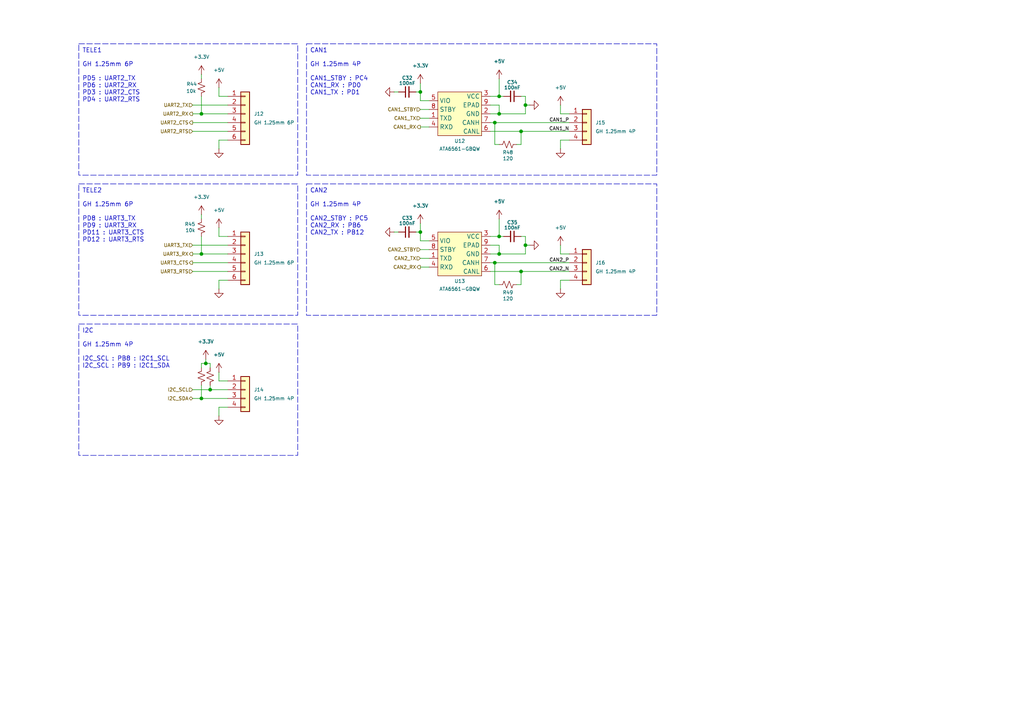
<source format=kicad_sch>
(kicad_sch (version 20250114) (generator "eeschema") (generator_version "9.0")
  (paper "A4")
  (title_block (title "STM32 Flight Controller") (date "2025-06-23") (rev "2.0.0 (WIP)") (company "NARAE") (comment 1 "INHA Univ. Areo-modelling Club") (comment 2 "2024 Winter UAV Project ") (comment 3 "Reversion 2"))
  (lib_symbols
    (symbol "ATA6561-GBQW:ATA6561-GBQW_Small"
      (property "Reference" "U" (at 0 9.398 0))
      (property "Value" "ATA6561-GBQW" (at 0 7.62 0))
      (symbol "ATA6561-GBQW_Small_0_1"
        (pin power_in line (at -8.89 3.81 0) (length 2.54) (name "VIO") (number "5"))
        (pin bidirectional line (at -8.89 1.27 0) (length 2.54) (name "STBY") (number "8"))
        (pin output line (at -8.89 -1.27 0) (length 2.54) (name "TXD") (number "1"))
        (pin input line (at -8.89 -3.81 0) (length 2.54) (name "RXD") (number "4"))
        (pin power_in line (at 8.89 5.08 180) (length 2.54) (name "VCC") (number "3"))
        (pin power_in line (at 8.89 0 180) (length 2.54) (name "GND") (number "2"))
        (pin bidirectional line (at 8.89 -5.08 180) (length 2.54) (name "CANL") (number "6"))
      )
      (symbol "ATA6561-GBQW_Small_1_1"
        (rectangle (start -6.35 6.35) (end 6.35 -6.35) (fill (type background)))
        (pin power_in line (at 8.89 2.54 180) (length 2.54) (name "EPAD") (number "9"))
        (pin bidirectional line (at 8.89 -2.54 180) (length 2.54) (name "CANH") (number "7"))
      )
    )
    (symbol "Connector_Generic:Conn_01x04" (pin_names (offset 1.016) (hide yes))
      (property "Reference" "J" (at 0 5.08 0))
      (property "Value" "Conn_01x04" (at 0 -7.62 0))
      (symbol "Conn_01x04_1_1"
        (rectangle (start -1.27 3.81) (end 1.27 -6.35) (stroke (width 0.254)) (fill (type background)))
        (rectangle (start -1.27 2.667) (end 0 2.413) (stroke (width 0.1524)))
        (rectangle (start -1.27 0.127) (end 0 -0.127) (stroke (width 0.1524)))
        (rectangle (start -1.27 -2.413) (end 0 -2.667) (stroke (width 0.1524)))
        (rectangle (start -1.27 -4.953) (end 0 -5.207) (stroke (width 0.1524)))
        (pin passive line (at -5.08 2.54 0) (length 3.81) (name "Pin_1") (number "1"))
        (pin passive line (at -5.08 0 0) (length 3.81) (name "Pin_2") (number "2"))
        (pin passive line (at -5.08 -2.54 0) (length 3.81) (name "Pin_3") (number "3"))
        (pin passive line (at -5.08 -5.08 0) (length 3.81) (name "Pin_4") (number "4"))
      )
    )
    (symbol "Connector_Generic:Conn_01x06" (pin_names (offset 1.016) (hide yes))
      (property "Reference" "J" (at 0 7.62 0))
      (property "Value" "Conn_01x06" (at 0 -10.16 0))
      (symbol "Conn_01x06_1_1"
        (rectangle (start -1.27 6.35) (end 1.27 -8.89) (stroke (width 0.254)) (fill (type background)))
        (rectangle (start -1.27 5.207) (end 0 4.953) (stroke (width 0.1524)))
        (rectangle (start -1.27 2.667) (end 0 2.413) (stroke (width 0.1524)))
        (rectangle (start -1.27 0.127) (end 0 -0.127) (stroke (width 0.1524)))
        (rectangle (start -1.27 -2.413) (end 0 -2.667) (stroke (width 0.1524)))
        (rectangle (start -1.27 -4.953) (end 0 -5.207) (stroke (width 0.1524)))
        (rectangle (start -1.27 -7.493) (end 0 -7.747) (stroke (width 0.1524)))
        (pin passive line (at -5.08 5.08 0) (length 3.81) (name "Pin_1") (number "1"))
        (pin passive line (at -5.08 2.54 0) (length 3.81) (name "Pin_2") (number "2"))
        (pin passive line (at -5.08 0 0) (length 3.81) (name "Pin_3") (number "3"))
        (pin passive line (at -5.08 -2.54 0) (length 3.81) (name "Pin_4") (number "4"))
        (pin passive line (at -5.08 -5.08 0) (length 3.81) (name "Pin_5") (number "5"))
        (pin passive line (at -5.08 -7.62 0) (length 3.81) (name "Pin_6") (number "6"))
      )
    )
    (symbol "Device:C_Small" (pin_numbers (hide yes)) (pin_names (offset 0.254) (hide yes))
      (property "Reference" "C" (at 0.254 1.778 0))
      (property "Value" "C_Small" (at 0.254 -2.032 0))
      (symbol "C_Small_0_1"
        (polyline (pts (xy -1.524 0.508) (xy 1.524 0.508)) (stroke (width 0.3048)))
        (polyline (pts (xy -1.524 -0.508) (xy 1.524 -0.508)) (stroke (width 0.3302)))
      )
      (symbol "C_Small_1_1"
        (pin passive line (at 0 2.54 270) (length 2.032) (name "~") (number "1"))
        (pin passive line (at 0 -2.54 90) (length 2.032) (name "~") (number "2"))
      )
    )
    (symbol "Device:R_Small_US" (pin_numbers (hide yes)) (pin_names (offset 0.254) (hide yes))
      (property "Reference" "R" (at 0.762 0.508 0))
      (property "Value" "R_Small_US" (at 0.762 -1.016 0))
      (symbol "R_Small_US_1_1"
        (polyline (pts (xy 0 1.524) (xy 1.016 1.143) (xy 0 0.762) (xy -1.016 0.381) (xy 0 0)))
        (polyline (pts (xy 0 0) (xy 1.016 -0.381) (xy 0 -0.762) (xy -1.016 -1.143) (xy 0 -1.524)))
        (pin passive line (at 0 2.54 270) (length 1.016) (name "~") (number "1"))
        (pin passive line (at 0 -2.54 90) (length 1.016) (name "~") (number "2"))
      )
    )
    (symbol "power:+3.3V" (power) (pin_numbers (hide yes)) (pin_names (offset 0) (hide yes))
      (property "Value" "+3.3V" (at 0 3.556 0))
      (symbol "+3.3V_0_1"
        (polyline (pts (xy -0.762 1.27) (xy 0 2.54)))
        (polyline (pts (xy 0 2.54) (xy 0.762 1.27)))
        (polyline (pts (xy 0 0) (xy 0 2.54)))
      )
      (symbol "+3.3V_1_1"
        (pin power_in line (at 0 0 90) (length 0) (name "~") (number "1"))
      )
    )
    (symbol "power:+5V" (power) (pin_numbers (hide yes)) (pin_names (offset 0) (hide yes))
      (property "Value" "+5V" (at 0 3.556 0))
      (symbol "+5V_0_1"
        (polyline (pts (xy -0.762 1.27) (xy 0 2.54)))
        (polyline (pts (xy 0 2.54) (xy 0.762 1.27)))
        (polyline (pts (xy 0 0) (xy 0 2.54)))
      )
      (symbol "+5V_1_1"
        (pin power_in line (at 0 0 90) (length 0) (name "~") (number "1"))
      )
    )
    (symbol "power:GND" (power) (pin_numbers (hide yes)) (pin_names (offset 0) (hide yes))
      (property "Value" "GND" (at 0 -3.81 0))
      (symbol "GND_0_1"
        (polyline (pts (xy 0 0) (xy 0 -1.27) (xy 1.27 -1.27) (xy 0 -2.54) (xy -1.27 -1.27) (xy 0 -1.27)))
      )
      (symbol "GND_1_1"
        (pin power_in line (at 0 0 270) (length 0) (name "~") (number "1"))
      )
    )
  )
  (rectangle (start 22.86 12.7) (end 86.36 50.8) (stroke (width 0) (type dash)))
  (rectangle (start 22.86 53.34) (end 86.36 91.44) (stroke (width 0) (type dash)))
  (rectangle (start 88.9 53.34) (end 190.5 91.44) (stroke (width 0) (type dash)))
  (rectangle (start 88.9 12.7) (end 190.5 50.8) (stroke (width 0) (type dash)))
  (rectangle (start 22.86 93.98) (end 86.36 132.08) (stroke (width 0) (type dash)))
  (text "CAN2" (at 89.916 56.134 0) (effects (font (size 1.27 1.27)) (justify left bottom)))
  (text "GH 1.25mm 4P\n\nCAN2_STBY : PC5\nCAN2_RX : PB6\nCAN2_TX : PB12" (at 89.916 58.674 0) (effects (font (size 1.27 1.27)) (justify left top)))
  (text "GH 1.25mm 4P\n\nCAN1_STBY : PC4\nCAN1_RX : PD0\nCAN1_TX : PD1" (at 89.916 18.034 0) (effects (font (size 1.27 1.27)) (justify left top)))
  (text "TELE1" (at 23.876 15.494 0) (effects (font (size 1.27 1.27)) (justify left bottom)))
  (text "CAN1" (at 89.916 15.494 0) (effects (font (size 1.27 1.27)) (justify left bottom)))
  (text "GH 1.25mm 6P\n\nPD5 : UART2_TX\nPD6 : UART2_RX\nPD3 : UART2_CTS\nPD4 : UART2_RTS" (at 23.876 18.034 0) (effects (font (size 1.27 1.27)) (justify left top)))
  (text "GH 1.25mm 6P\n\nPD8 : UART3_TX\nPD9 : UART3_RX\nPD11 : UART3_CTS\nPD12 : UART3_RTS" (at 23.876 58.674 0) (effects (font (size 1.27 1.27)) (justify left top)))
  (text "I2C" (at 23.876 96.774 0) (effects (font (size 1.27 1.27)) (justify left bottom)))
  (text "GH 1.25mm 4P\n\nI2C_SCL : PB8 : I2C1_SCL\nI2C_SCL : PB9 : I2C1_SDA" (at 23.876 99.314 0) (effects (font (size 1.27 1.27)) (justify left top)))
  (text "TELE2" (at 23.876 56.134 0) (effects (font (size 1.27 1.27)) (justify left bottom)))
  (junction (at 144.78 33.02))
  (junction (at 151.13 78.74))
  (junction (at 152.4 30.48))
  (junction (at 58.42 73.66))
  (junction (at 58.42 115.57))
  (junction (at 143.51 35.56))
  (junction (at 144.78 73.66))
  (junction (at 121.92 26.67))
  (junction (at 60.96 113.03))
  (junction (at 58.42 33.02))
  (junction (at 144.78 68.58))
  (junction (at 144.78 27.94))
  (junction (at 151.13 38.1))
  (junction (at 121.92 67.31))
  (junction (at 152.4 71.12))
  (junction (at 59.69 105.41))
  (junction (at 143.51 76.2))
  (wire (pts (xy 66.04 81.28) (xy 63.5 81.28)))
  (wire (pts (xy 144.78 71.12) (xy 144.78 73.66)))
  (wire (pts (xy 121.92 67.31) (xy 121.92 69.85)))
  (wire (pts (xy 60.96 105.41) (xy 59.69 105.41)))
  (wire (pts (xy 55.88 73.66) (xy 58.42 73.66)))
  (wire (pts (xy 63.5 107.95) (xy 63.5 110.49)))
  (wire (pts (xy 144.78 22.86) (xy 144.78 27.94)))
  (wire (pts (xy 142.24 78.74) (xy 151.13 78.74)))
  (wire (pts (xy 151.13 78.74) (xy 151.13 82.55)))
  (wire (pts (xy 144.78 68.58) (xy 146.05 68.58)))
  (wire (pts (xy 152.4 71.12) (xy 152.4 73.66)))
  (wire (pts (xy 144.78 33.02) (xy 152.4 33.02)))
  (wire (pts (xy 121.92 77.47) (xy 124.46 77.47)))
  (wire (pts (xy 142.24 33.02) (xy 144.78 33.02)))
  (wire (pts (xy 55.88 33.02) (xy 58.42 33.02)))
  (wire (pts (xy 58.42 27.94) (xy 58.42 33.02)))
  (wire (pts (xy 143.51 35.56) (xy 165.1 35.56)))
  (wire (pts (xy 165.1 81.28) (xy 162.56 81.28)))
  (wire (pts (xy 63.5 25.4) (xy 63.5 27.94)))
  (wire (pts (xy 149.86 82.55) (xy 151.13 82.55)))
  (wire (pts (xy 114.3 67.31) (xy 115.57 67.31)))
  (wire (pts (xy 162.56 40.64) (xy 162.56 43.18)))
  (wire (pts (xy 152.4 30.48) (xy 152.4 33.02)))
  (wire (pts (xy 55.88 38.1) (xy 66.04 38.1)))
  (wire (pts (xy 58.42 21.59) (xy 58.42 22.86)))
  (wire (pts (xy 143.51 41.91) (xy 143.51 35.56)))
  (wire (pts (xy 149.86 41.91) (xy 151.13 41.91)))
  (wire (pts (xy 144.78 82.55) (xy 143.51 82.55)))
  (wire (pts (xy 162.56 71.12) (xy 162.56 73.66)))
  (wire (pts (xy 143.51 82.55) (xy 143.51 76.2)))
  (wire (pts (xy 58.42 73.66) (xy 66.04 73.66)))
  (wire (pts (xy 58.42 62.23) (xy 58.42 63.5)))
  (wire (pts (xy 144.78 27.94) (xy 146.05 27.94)))
  (wire (pts (xy 144.78 63.5) (xy 144.78 68.58)))
  (wire (pts (xy 63.5 68.58) (xy 66.04 68.58)))
  (wire (pts (xy 120.65 26.67) (xy 121.92 26.67)))
  (wire (pts (xy 124.46 69.85) (xy 121.92 69.85)))
  (wire (pts (xy 121.92 26.67) (xy 121.92 29.21)))
  (wire (pts (xy 151.13 38.1) (xy 151.13 41.91)))
  (wire (pts (xy 142.24 38.1) (xy 151.13 38.1)))
  (wire (pts (xy 142.24 68.58) (xy 144.78 68.58)))
  (wire (pts (xy 144.78 41.91) (xy 143.51 41.91)))
  (wire (pts (xy 121.92 24.13) (xy 121.92 26.67)))
  (wire (pts (xy 142.24 30.48) (xy 144.78 30.48)))
  (wire (pts (xy 144.78 73.66) (xy 152.4 73.66)))
  (wire (pts (xy 121.92 74.93) (xy 124.46 74.93)))
  (wire (pts (xy 60.96 111.76) (xy 60.96 113.03)))
  (wire (pts (xy 58.42 105.41) (xy 59.69 105.41)))
  (wire (pts (xy 55.88 35.56) (xy 66.04 35.56)))
  (wire (pts (xy 55.88 30.48) (xy 66.04 30.48)))
  (wire (pts (xy 142.24 71.12) (xy 144.78 71.12)))
  (wire (pts (xy 63.5 40.64) (xy 63.5 43.18)))
  (wire (pts (xy 58.42 106.68) (xy 58.42 105.41)))
  (wire (pts (xy 142.24 73.66) (xy 144.78 73.66)))
  (wire (pts (xy 58.42 68.58) (xy 58.42 73.66)))
  (wire (pts (xy 58.42 111.76) (xy 58.42 115.57)))
  (wire (pts (xy 66.04 118.11) (xy 63.5 118.11)))
  (wire (pts (xy 144.78 30.48) (xy 144.78 33.02)))
  (wire (pts (xy 55.88 115.57) (xy 58.42 115.57)))
  (wire (pts (xy 162.56 33.02) (xy 165.1 33.02)))
  (wire (pts (xy 63.5 81.28) (xy 63.5 83.82)))
  (wire (pts (xy 151.13 78.74) (xy 165.1 78.74)))
  (wire (pts (xy 151.13 38.1) (xy 165.1 38.1)))
  (wire (pts (xy 162.56 81.28) (xy 162.56 83.82)))
  (wire (pts (xy 143.51 76.2) (xy 165.1 76.2)))
  (wire (pts (xy 66.04 40.64) (xy 63.5 40.64)))
  (wire (pts (xy 120.65 67.31) (xy 121.92 67.31)))
  (wire (pts (xy 63.5 118.11) (xy 63.5 120.65)))
  (wire (pts (xy 114.3 26.67) (xy 115.57 26.67)))
  (wire (pts (xy 142.24 76.2) (xy 143.51 76.2)))
  (wire (pts (xy 58.42 33.02) (xy 66.04 33.02)))
  (wire (pts (xy 63.5 110.49) (xy 66.04 110.49)))
  (wire (pts (xy 63.5 27.94) (xy 66.04 27.94)))
  (wire (pts (xy 58.42 115.57) (xy 66.04 115.57)))
  (wire (pts (xy 63.5 66.04) (xy 63.5 68.58)))
  (wire (pts (xy 152.4 71.12) (xy 153.67 71.12)))
  (wire (pts (xy 152.4 30.48) (xy 153.67 30.48)))
  (wire (pts (xy 162.56 73.66) (xy 165.1 73.66)))
  (wire (pts (xy 55.88 76.2) (xy 66.04 76.2)))
  (wire (pts (xy 55.88 113.03) (xy 60.96 113.03)))
  (wire (pts (xy 121.92 64.77) (xy 121.92 67.31)))
  (wire (pts (xy 60.96 106.68) (xy 60.96 105.41)))
  (wire (pts (xy 152.4 68.58) (xy 152.4 71.12)))
  (wire (pts (xy 59.69 105.41) (xy 59.69 104.14)))
  (wire (pts (xy 142.24 27.94) (xy 144.78 27.94)))
  (wire (pts (xy 121.92 36.83) (xy 124.46 36.83)))
  (wire (pts (xy 55.88 71.12) (xy 66.04 71.12)))
  (wire (pts (xy 121.92 31.75) (xy 124.46 31.75)))
  (wire (pts (xy 124.46 29.21) (xy 121.92 29.21)))
  (wire (pts (xy 162.56 30.48) (xy 162.56 33.02)))
  (wire (pts (xy 55.88 78.74) (xy 66.04 78.74)))
  (wire (pts (xy 165.1 40.64) (xy 162.56 40.64)))
  (wire (pts (xy 152.4 27.94) (xy 152.4 30.48)))
  (wire (pts (xy 60.96 113.03) (xy 66.04 113.03)))
  (wire (pts (xy 151.13 27.94) (xy 152.4 27.94)))
  (wire (pts (xy 121.92 72.39) (xy 124.46 72.39)))
  (wire (pts (xy 151.13 68.58) (xy 152.4 68.58)))
  (wire (pts (xy 142.24 35.56) (xy 143.51 35.56)))
  (wire (pts (xy 121.92 34.29) (xy 124.46 34.29)))
  (label "CAN2_P" (at 165.1 76.2 180) (effects (font (size 1 1))))
  (label "CAN2_N" (at 165.1 78.74 180) (effects (font (size 1 1))))
  (label "CAN1_P" (at 165.1 35.56 180) (effects (font (size 1 1))))
  (label "CAN1_N" (at 165.1 38.1 180) (effects (font (size 1 1))))
  (hierarchical_label "CAN2_RX" (shape output) (at 121.92 77.47 180) (effects (font (size 1 1))))
  (hierarchical_label "UART2_CTS" (shape output) (at 55.88 35.56 180) (effects (font (size 1 1))))
  (hierarchical_label "CAN2_STBY" (shape input) (at 121.92 72.39 180) (effects (font (size 1 1))))
  (hierarchical_label "CAN1_TX" (shape input) (at 121.92 34.29 180) (effects (font (size 1 1))))
  (hierarchical_label "UART2_RX" (shape output) (at 55.88 33.02 180) (effects (font (size 1 1))))
  (hierarchical_label "I2C_SDA" (shape bidirectional) (at 55.88 115.57 180) (effects (font (size 1 1))))
  (hierarchical_label "UART3_RX" (shape output) (at 55.88 73.66 180) (effects (font (size 1 1))))
  (hierarchical_label "CAN1_STBY" (shape input) (at 121.92 31.75 180) (effects (font (size 1 1))))
  (hierarchical_label "CAN2_TX" (shape input) (at 121.92 74.93 180) (effects (font (size 1 1))))
  (hierarchical_label "UART3_CTS" (shape output) (at 55.88 76.2 180) (effects (font (size 1 1))))
  (hierarchical_label "CAN1_RX" (shape output) (at 121.92 36.83 180) (effects (font (size 1 1))))
  (hierarchical_label "UART3_TX" (shape input) (at 55.88 71.12 180) (effects (font (size 1 1))))
  (hierarchical_label "I2C_SCL" (shape input) (at 55.88 113.03 180) (effects (font (size 1 1))))
  (hierarchical_label "UART2_RTS" (shape input) (at 55.88 38.1 180) (effects (font (size 1 1))))
  (hierarchical_label "UART3_RTS" (shape input) (at 55.88 78.74 180) (effects (font (size 1 1))))
  (hierarchical_label "UART2_TX" (shape input) (at 55.88 30.48 180) (effects (font (size 1 1))))
  (symbol (lib_id "power:+5V") (at 144.78 63.5 0) (unit 1)
    (property "Reference" "#PWR0123" (effects (hide yes)))
    (property "Value" "+5V" (at 144.78 58.42 0) (effects (font (size 1 1))))
    (property "Description" "Power symbol creates a global label with name \"+5V\"" (effects (hide yes)))
  )
  (symbol (lib_id "Device:C_Small") (at 148.59 27.94 270) (unit 1)
    (property "Reference" "C34" (at 148.59 23.876 90) (effects (font (size 1 1))))
    (property "Value" "100nF" (at 148.59 25.4 90) (effects (font (size 1 1))))
    (property "Footprint" "Capacitor_SMD:C_0402_1005Metric" (effects (hide yes)))
    (property "Description" "Unpolarized capacitor, small symbol" (effects (hide yes)))
    (property "LCSC" "C1525" (effects (hide yes)))
  )
  (symbol (lib_id "power:GND") (at 63.5 120.65 0) (unit 1)
    (property "Reference" "#PWR0117" (effects (hide yes)))
    (property "Value" "GND" (effects (hide yes)))
    (property "Description" "Power symbol creates a global label with name \"GND\" , ground" (effects (hide yes)))
  )
  (symbol (lib_id "power:GND") (at 63.5 83.82 0) (unit 1)
    (property "Reference" "#PWR0115" (effects (hide yes)))
    (property "Value" "GND" (effects (hide yes)))
    (property "Description" "Power symbol creates a global label with name \"GND\" , ground" (effects (hide yes)))
  )
  (symbol (lib_id "Connector_Generic:Conn_01x06") (at 71.12 33.02 0) (unit 1)
    (property "Reference" "J12" (at 73.66 33.02 0) (effects (font (size 1 1)) (justify left)))
    (property "Value" "GH 1.25mm 6P" (at 73.66 35.56 0) (effects (font (size 1 1)) (justify left)))
    (property "Footprint" "JST_GH:JST_GH_SM06B-GHS-TB_06x1.25mm_Angled" (effects (hide yes)))
    (property "Description" "Generic connector, single row, 01x06, script generated (kicad-library-utils/schlib/autogen/connector/)" (effects (hide yes)))
    (property "LCSC" "C133065" (effects (hide yes)))
  )
  (symbol (lib_id "power:+5V") (at 162.56 30.48 0) (unit 1)
    (property "Reference" "#PWR0126" (effects (hide yes)))
    (property "Value" "+5V" (at 162.56 25.4 0) (effects (font (size 1 1))))
    (property "Description" "Power symbol creates a global label with name \"+5V\"" (effects (hide yes)))
  )
  (symbol (lib_id "power:+5V") (at 162.56 71.12 0) (unit 1)
    (property "Reference" "#PWR0128" (effects (hide yes)))
    (property "Value" "+5V" (at 162.56 66.04 0) (effects (font (size 1 1))))
    (property "Description" "Power symbol creates a global label with name \"+5V\"" (effects (hide yes)))
  )
  (symbol (lib_id "Device:R_Small_US") (at 58.42 109.22 0) (mirror y) (unit 1)
    (property "Reference" "R46" (effects (hide yes)))
    (property "Value" "10k" (effects (hide yes)))
    (property "Footprint" "Resistor_SMD:R_0402_1005Metric" (effects (hide yes)))
    (property "Description" "Resistor, small US symbol" (effects (hide yes)))
    (property "LCSC" "C25531" (effects (hide yes)))
  )
  (symbol (lib_id "power:+5V") (at 63.5 107.95 0) (unit 1)
    (property "Reference" "#PWR0116" (effects (hide yes)))
    (property "Value" "+5V" (at 63.5 102.87 0) (effects (font (size 1 1))))
    (property "Description" "Power symbol creates a global label with name \"+5V\"" (effects (hide yes)))
  )
  (symbol (lib_id "Device:R_Small_US") (at 147.32 82.55 90) (unit 1)
    (property "Reference" "R49" (at 147.32 84.836 90) (effects (font (size 1 1))))
    (property "Value" "120" (at 147.32 86.614 90) (effects (font (size 1 1))))
    (property "Footprint" "Resistor_SMD:R_0402_1005Metric" (effects (hide yes)))
    (property "Description" "Resistor, small US symbol" (effects (hide yes)))
    (property "LCSC" " C25079" (effects (hide yes)))
  )
  (symbol (lib_id "power:+3.3V") (at 121.92 24.13 0) (unit 1)
    (property "Reference" "#PWR0120" (effects (hide yes)))
    (property "Value" "+3.3V" (at 121.92 19.05 0) (effects (font (size 1 1))))
    (property "Description" "Power symbol creates a global label with name \"+3.3V\"" (effects (hide yes)))
  )
  (symbol (lib_id "Device:C_Small") (at 118.11 67.31 90) (mirror x) (unit 1)
    (property "Reference" "C33" (at 118.11 63.246 90) (effects (font (size 1 1))))
    (property "Value" "100nF" (at 118.11 64.77 90) (effects (font (size 1 1))))
    (property "Footprint" "Capacitor_SMD:C_0402_1005Metric" (effects (hide yes)))
    (property "Description" "Unpolarized capacitor, small symbol" (effects (hide yes)))
    (property "LCSC" "C1525" (effects (hide yes)))
  )
  (symbol (lib_id "Device:R_Small_US") (at 58.42 66.04 0) (mirror y) (unit 1)
    (property "Reference" "R45" (at 56.642 65.024 0) (effects (font (size 1 1)) (justify left)))
    (property "Value" "10k" (at 56.642 66.802 0) (effects (font (size 1 1)) (justify left)))
    (property "Footprint" "Resistor_SMD:R_0402_1005Metric" (effects (hide yes)))
    (property "Description" "Resistor, small US symbol" (effects (hide yes)))
    (property "LCSC" "C25531" (effects (hide yes)))
  )
  (symbol (lib_id "power:+5V") (at 63.5 66.04 0) (unit 1)
    (property "Reference" "#PWR0114" (effects (hide yes)))
    (property "Value" "+5V" (at 63.5 60.96 0) (effects (font (size 1 1))))
    (property "Description" "Power symbol creates a global label with name \"+5V\"" (effects (hide yes)))
  )
  (symbol (lib_id "power:GND") (at 114.3 67.31 270) (unit 1)
    (property "Reference" "#PWR0119" (effects (hide yes)))
    (property "Value" "GND" (effects (hide yes)))
    (property "Description" "Power symbol creates a global label with name \"GND\" , ground" (effects (hide yes)))
  )
  (symbol (lib_id "Device:R_Small_US") (at 58.42 25.4 0) (mirror y) (unit 1)
    (property "Reference" "R44" (at 57.15 24.384 0) (effects (font (size 1 1)) (justify left)))
    (property "Value" "10k" (at 56.896 26.416 0) (effects (font (size 1 1)) (justify left)))
    (property "Footprint" "Resistor_SMD:R_0402_1005Metric" (effects (hide yes)))
    (property "Description" "Resistor, small US symbol" (effects (hide yes)))
    (property "LCSC" "C25531" (effects (hide yes)))
  )
  (symbol (lib_id "Connector_Generic:Conn_01x04") (at 71.12 113.03 0) (unit 1)
    (property "Reference" "J14" (at 73.66 113.03 0) (effects (font (size 1 1)) (justify left)))
    (property "Value" "GH 1.25mm 4P" (at 73.66 115.57 0) (effects (font (size 1 1)) (justify left)))
    (property "Footprint" "JST_GH:JST_GH_SM04B-GHS-TB_04x1.25mm_Angled" (effects (hide yes)))
    (property "Description" "Generic connector, single row, 01x04, script generated (kicad-library-utils/schlib/autogen/connector/)" (effects (hide yes)))
    (property "LCSC" "C189895" (effects (hide yes)))
  )
  (symbol (lib_id "power:GND") (at 162.56 43.18 0) (unit 1)
    (property "Reference" "#PWR0127" (effects (hide yes)))
    (property "Value" "GND" (effects (hide yes)))
    (property "Description" "Power symbol creates a global label with name \"GND\" , ground" (effects (hide yes)))
  )
  (symbol (lib_id "power:+3.3V") (at 59.69 104.14 0) (unit 1)
    (property "Reference" "#PWR0111" (effects (hide yes)))
    (property "Value" "+3.3V" (at 59.69 99.06 0) (effects (font (size 1 1))))
    (property "Description" "Power symbol creates a global label with name \"+3.3V\"" (effects (hide yes)))
  )
  (symbol (lib_id "power:GND") (at 153.67 30.48 90) (unit 1)
    (property "Reference" "#PWR0124" (effects (hide yes)))
    (property "Value" "GND" (effects (hide yes)))
    (property "Description" "Power symbol creates a global label with name \"GND\" , ground" (effects (hide yes)))
  )
  (symbol (lib_id "power:GND") (at 153.67 71.12 90) (unit 1)
    (property "Reference" "#PWR0125" (effects (hide yes)))
    (property "Value" "GND" (effects (hide yes)))
    (property "Description" "Power symbol creates a global label with name \"GND\" , ground" (effects (hide yes)))
  )
  (symbol (lib_id "ATA6561-GBQW:ATA6561-GBQW_Small") (at 133.35 33.02 0) (unit 1)
    (property "Reference" "U12" (at 133.35 40.894 0) (effects (font (size 1 1))))
    (property "Value" "ATA6561-GBQW" (at 133.35 43.18 0) (effects (font (size 1 1))))
    (property "Footprint" "ATA6561:VDFN8_3X3_MCH-L" (effects (hide yes)))
    (property "Datasheet" "kicad-embed://ATA6561-GBQW.pdf" (effects (hide yes)))
    (property "Description" "High-Speed CAN Transceiver with Standby Mode CAN FD Ready, 8-Lead VDFN" (effects (hide yes)))
    (property "LCSC" "C617297" (effects (hide yes)))
  )
  (symbol (lib_id "power:+3.3V") (at 121.92 64.77 0) (unit 1)
    (property "Reference" "#PWR0121" (effects (hide yes)))
    (property "Value" "+3.3V" (at 121.92 59.69 0) (effects (font (size 1 1))))
    (property "Description" "Power symbol creates a global label with name \"+3.3V\"" (effects (hide yes)))
  )
  (symbol (lib_id "power:+3.3V") (at 58.42 21.59 0) (unit 1)
    (property "Reference" "#PWR0109" (effects (hide yes)))
    (property "Value" "+3.3V" (at 58.42 16.51 0) (effects (font (size 1 1))))
    (property "Description" "Power symbol creates a global label with name \"+3.3V\"" (effects (hide yes)))
  )
  (symbol (lib_id "power:GND") (at 162.56 83.82 0) (unit 1)
    (property "Reference" "#PWR0129" (effects (hide yes)))
    (property "Value" "GND" (effects (hide yes)))
    (property "Description" "Power symbol creates a global label with name \"GND\" , ground" (effects (hide yes)))
  )
  (symbol (lib_id "Device:C_Small") (at 148.59 68.58 270) (unit 1)
    (property "Reference" "C35" (at 148.59 64.516 90) (effects (font (size 1 1))))
    (property "Value" "100nF" (at 148.59 66.04 90) (effects (font (size 1 1))))
    (property "Footprint" "Capacitor_SMD:C_0402_1005Metric" (effects (hide yes)))
    (property "Description" "Unpolarized capacitor, small symbol" (effects (hide yes)))
    (property "LCSC" "C1525" (effects (hide yes)))
  )
  (symbol (lib_id "Device:C_Small") (at 118.11 26.67 90) (mirror x) (unit 1)
    (property "Reference" "C32" (at 118.11 22.606 90) (effects (font (size 1 1))))
    (property "Value" "100nF" (at 118.11 24.13 90) (effects (font (size 1 1))))
    (property "Footprint" "Capacitor_SMD:C_0402_1005Metric" (effects (hide yes)))
    (property "Description" "Unpolarized capacitor, small symbol" (effects (hide yes)))
    (property "LCSC" "C1525" (effects (hide yes)))
  )
  (symbol (lib_id "Connector_Generic:Conn_01x04") (at 170.18 76.2 0) (unit 1)
    (property "Reference" "J16" (at 172.72 76.2 0) (effects (font (size 1 1)) (justify left)))
    (property "Value" "GH 1.25mm 4P" (at 172.72 78.74 0) (effects (font (size 1 1)) (justify left)))
    (property "Footprint" "JST_GH:JST_GH_SM04B-GHS-TB_04x1.25mm_Angled" (effects (hide yes)))
    (property "Description" "Generic connector, single row, 01x04, script generated (kicad-library-utils/schlib/autogen/connector/)" (effects (hide yes)))
    (property "LCSC" "C189895" (effects (hide yes)))
  )
  (symbol (lib_id "power:+3.3V") (at 58.42 62.23 0) (unit 1)
    (property "Reference" "#PWR0110" (effects (hide yes)))
    (property "Value" "+3.3V" (at 58.42 57.15 0) (effects (font (size 1 1))))
    (property "Description" "Power symbol creates a global label with name \"+3.3V\"" (effects (hide yes)))
  )
  (symbol (lib_id "Connector_Generic:Conn_01x06") (at 71.12 73.66 0) (unit 1)
    (property "Reference" "J13" (at 73.66 73.66 0) (effects (font (size 1 1)) (justify left)))
    (property "Value" "GH 1.25mm 6P" (at 73.66 76.2 0) (effects (font (size 1 1)) (justify left)))
    (property "Footprint" "JST_GH:JST_GH_SM06B-GHS-TB_06x1.25mm_Angled" (effects (hide yes)))
    (property "Description" "Generic connector, single row, 01x06, script generated (kicad-library-utils/schlib/autogen/connector/)" (effects (hide yes)))
    (property "LCSC" "C133065" (effects (hide yes)))
  )
  (symbol (lib_id "Device:R_Small_US") (at 60.96 109.22 0) (mirror y) (unit 1)
    (property "Reference" "R47" (effects (hide yes)))
    (property "Value" "10k" (effects (hide yes)))
    (property "Footprint" "Resistor_SMD:R_0402_1005Metric" (effects (hide yes)))
    (property "Description" "Resistor, small US symbol" (effects (hide yes)))
    (property "LCSC" "C25531" (effects (hide yes)))
  )
  (symbol (lib_id "power:GND") (at 114.3 26.67 270) (unit 1)
    (property "Reference" "#PWR0118" (effects (hide yes)))
    (property "Value" "GND" (effects (hide yes)))
    (property "Description" "Power symbol creates a global label with name \"GND\" , ground" (effects (hide yes)))
  )
  (symbol (lib_id "Device:R_Small_US") (at 147.32 41.91 90) (unit 1)
    (property "Reference" "R48" (at 147.32 44.196 90) (effects (font (size 1 1))))
    (property "Value" "120" (at 147.32 45.974 90) (effects (font (size 1 1))))
    (property "Footprint" "Resistor_SMD:R_0402_1005Metric" (effects (hide yes)))
    (property "Description" "Resistor, small US symbol" (effects (hide yes)))
    (property "LCSC" " C25079" (effects (hide yes)))
  )
  (symbol (lib_id "power:+5V") (at 144.78 22.86 0) (unit 1)
    (property "Reference" "#PWR0122" (effects (hide yes)))
    (property "Value" "+5V" (at 144.78 17.78 0) (effects (font (size 1 1))))
    (property "Description" "Power symbol creates a global label with name \"+5V\"" (effects (hide yes)))
  )
  (symbol (lib_id "power:GND") (at 63.5 43.18 0) (unit 1)
    (property "Reference" "#PWR0113" (effects (hide yes)))
    (property "Value" "GND" (effects (hide yes)))
    (property "Description" "Power symbol creates a global label with name \"GND\" , ground" (effects (hide yes)))
  )
  (symbol (lib_id "Connector_Generic:Conn_01x04") (at 170.18 35.56 0) (unit 1)
    (property "Reference" "J15" (at 172.72 35.56 0) (effects (font (size 1 1)) (justify left)))
    (property "Value" "GH 1.25mm 4P" (at 172.72 38.1 0) (effects (font (size 1 1)) (justify left)))
    (property "Footprint" "JST_GH:JST_GH_SM04B-GHS-TB_04x1.25mm_Angled" (effects (hide yes)))
    (property "Description" "Generic connector, single row, 01x04, script generated (kicad-library-utils/schlib/autogen/connector/)" (effects (hide yes)))
    (property "LCSC" "C189895" (effects (hide yes)))
  )
  (symbol (lib_id "ATA6561-GBQW:ATA6561-GBQW_Small") (at 133.35 73.66 0) (unit 1)
    (property "Reference" "U13" (at 133.35 81.534 0) (effects (font (size 1 1))))
    (property "Value" "ATA6561-GBQW" (at 133.35 83.82 0) (effects (font (size 1 1))))
    (property "Footprint" "ATA6561:VDFN8_3X3_MCH-L" (effects (hide yes)))
    (property "Datasheet" "kicad-embed://ATA6561-GBQW.pdf" (effects (hide yes)))
    (property "Description" "High-Speed CAN Transceiver with Standby Mode CAN FD Ready, 8-Lead VDFN" (effects (hide yes)))
    (property "LCSC" "C617297" (effects (hide yes)))
  )
  (symbol (lib_id "power:+5V") (at 63.5 25.4 0) (unit 1)
    (property "Reference" "#PWR0112" (effects (hide yes)))
    (property "Value" "+5V" (at 63.5 20.32 0) (effects (font (size 1 1))))
    (property "Description" "Power symbol creates a global label with name \"+5V\"" (effects (hide yes)))
  )
)
</source>
